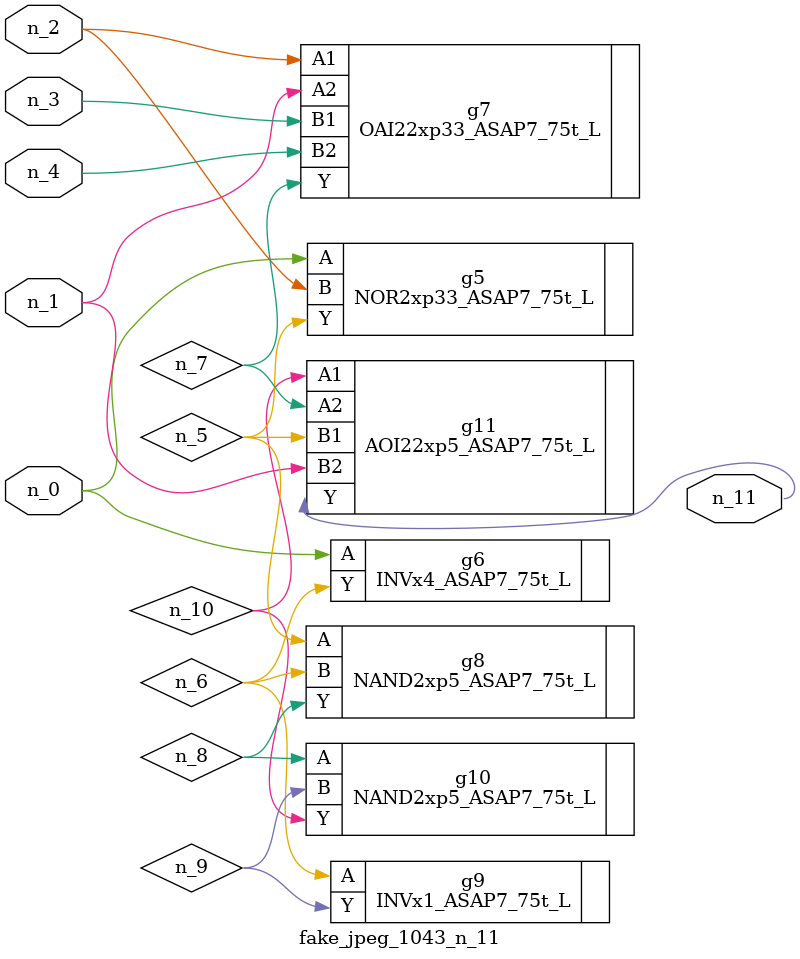
<source format=v>
module fake_jpeg_1043_n_11 (n_3, n_2, n_1, n_0, n_4, n_11);

input n_3;
input n_2;
input n_1;
input n_0;
input n_4;

output n_11;

wire n_10;
wire n_8;
wire n_9;
wire n_6;
wire n_5;
wire n_7;

NOR2xp33_ASAP7_75t_L g5 ( 
.A(n_0),
.B(n_2),
.Y(n_5)
);

INVx4_ASAP7_75t_L g6 ( 
.A(n_0),
.Y(n_6)
);

OAI22xp33_ASAP7_75t_L g7 ( 
.A1(n_2),
.A2(n_1),
.B1(n_3),
.B2(n_4),
.Y(n_7)
);

NAND2xp5_ASAP7_75t_L g8 ( 
.A(n_5),
.B(n_6),
.Y(n_8)
);

NAND2xp5_ASAP7_75t_L g10 ( 
.A(n_8),
.B(n_9),
.Y(n_10)
);

INVx1_ASAP7_75t_L g9 ( 
.A(n_6),
.Y(n_9)
);

AOI22xp5_ASAP7_75t_L g11 ( 
.A1(n_10),
.A2(n_7),
.B1(n_5),
.B2(n_1),
.Y(n_11)
);


endmodule
</source>
